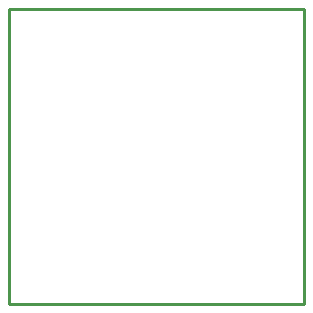
<source format=gko>
G04 Layer_Color=16711935*
%FSLAX44Y44*%
%MOMM*%
G71*
G01*
G75*
%ADD38C,0.2540*%
D38*
X-125000Y-125000D02*
Y125000D01*
Y-125000D02*
X125000D01*
Y125000D01*
X-125000D02*
X125000D01*
M02*

</source>
